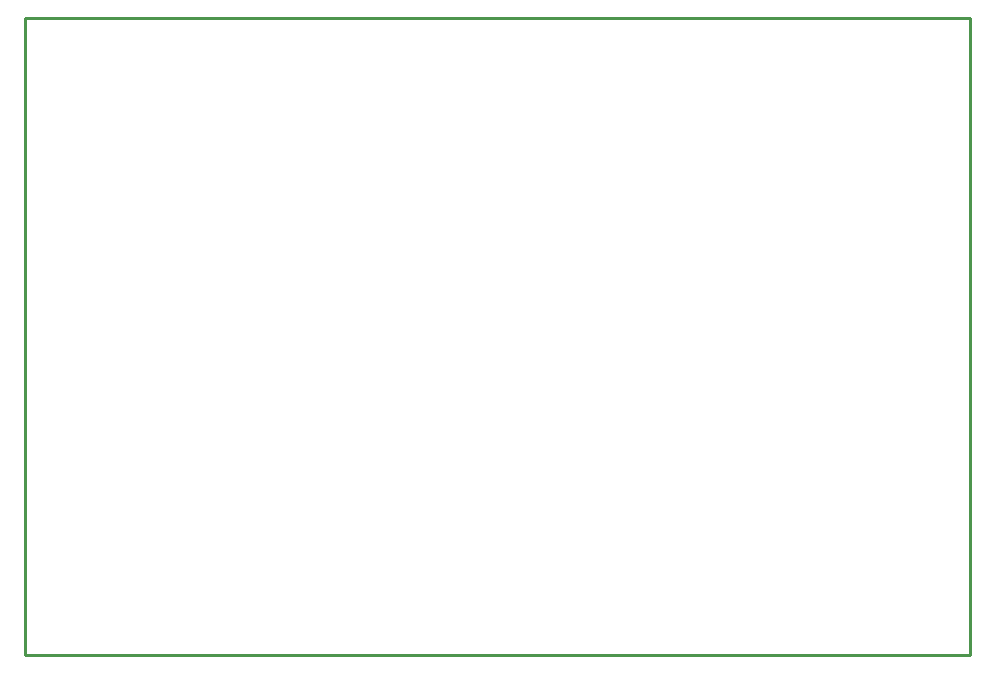
<source format=gbr>
G04 EAGLE Gerber RS-274X export*
G75*
%MOMM*%
%FSLAX34Y34*%
%LPD*%
%IN*%
%IPPOS*%
%AMOC8*
5,1,8,0,0,1.08239X$1,22.5*%
G01*
G04 Define Apertures*
%ADD10C,0.254000*%
D10*
X-400000Y-270000D02*
X400000Y-270000D01*
X400000Y270000D01*
X-400000Y270000D01*
X-400000Y-270000D01*
M02*

</source>
